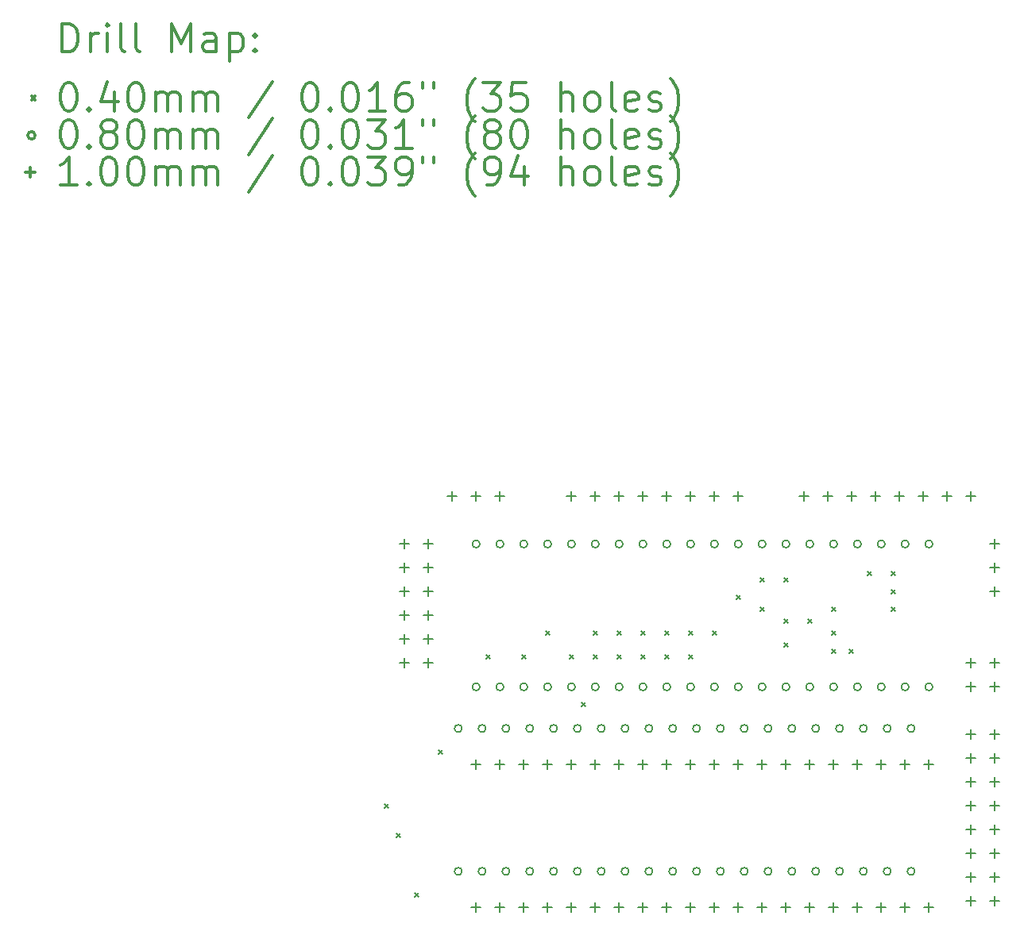
<source format=gbr>
%FSLAX45Y45*%
G04 Gerber Fmt 4.5, Leading zero omitted, Abs format (unit mm)*
G04 Created by KiCad (PCBNEW 5.0.2-bee76a0~70~ubuntu16.04.1) date nie, 9 cze 2019, 21:59:03*
%MOMM*%
%LPD*%
G01*
G04 APERTURE LIST*
%ADD10C,0.200000*%
%ADD11C,0.300000*%
G04 APERTURE END LIST*
D10*
X3726500Y-8489000D02*
X3766500Y-8529000D01*
X3766500Y-8489000D02*
X3726500Y-8529000D01*
X3853500Y-8806500D02*
X3893500Y-8846500D01*
X3893500Y-8806500D02*
X3853500Y-8846500D01*
X4044000Y-9441500D02*
X4084000Y-9481500D01*
X4084000Y-9441500D02*
X4044000Y-9481500D01*
X4298000Y-7917500D02*
X4338000Y-7957500D01*
X4338000Y-7917500D02*
X4298000Y-7957500D01*
X4806000Y-6901500D02*
X4846000Y-6941500D01*
X4846000Y-6901500D02*
X4806000Y-6941500D01*
X5187000Y-6901500D02*
X5227000Y-6941500D01*
X5227000Y-6901500D02*
X5187000Y-6941500D01*
X5441000Y-6647500D02*
X5481000Y-6687500D01*
X5481000Y-6647500D02*
X5441000Y-6687500D01*
X5695000Y-6901500D02*
X5735000Y-6941500D01*
X5735000Y-6901500D02*
X5695000Y-6941500D01*
X5822000Y-7409500D02*
X5862000Y-7449500D01*
X5862000Y-7409500D02*
X5822000Y-7449500D01*
X5949000Y-6647500D02*
X5989000Y-6687500D01*
X5989000Y-6647500D02*
X5949000Y-6687500D01*
X5949000Y-6901500D02*
X5989000Y-6941500D01*
X5989000Y-6901500D02*
X5949000Y-6941500D01*
X6203000Y-6647500D02*
X6243000Y-6687500D01*
X6243000Y-6647500D02*
X6203000Y-6687500D01*
X6203000Y-6901500D02*
X6243000Y-6941500D01*
X6243000Y-6901500D02*
X6203000Y-6941500D01*
X6457000Y-6647500D02*
X6497000Y-6687500D01*
X6497000Y-6647500D02*
X6457000Y-6687500D01*
X6457000Y-6901500D02*
X6497000Y-6941500D01*
X6497000Y-6901500D02*
X6457000Y-6941500D01*
X6711000Y-6647500D02*
X6751000Y-6687500D01*
X6751000Y-6647500D02*
X6711000Y-6687500D01*
X6711000Y-6901500D02*
X6751000Y-6941500D01*
X6751000Y-6901500D02*
X6711000Y-6941500D01*
X6965000Y-6647500D02*
X7005000Y-6687500D01*
X7005000Y-6647500D02*
X6965000Y-6687500D01*
X6965000Y-6901500D02*
X7005000Y-6941500D01*
X7005000Y-6901500D02*
X6965000Y-6941500D01*
X7219000Y-6647500D02*
X7259000Y-6687500D01*
X7259000Y-6647500D02*
X7219000Y-6687500D01*
X7473000Y-6266500D02*
X7513000Y-6306500D01*
X7513000Y-6266500D02*
X7473000Y-6306500D01*
X7727000Y-6076000D02*
X7767000Y-6116000D01*
X7767000Y-6076000D02*
X7727000Y-6116000D01*
X7727000Y-6393500D02*
X7767000Y-6433500D01*
X7767000Y-6393500D02*
X7727000Y-6433500D01*
X7981000Y-6076000D02*
X8021000Y-6116000D01*
X8021000Y-6076000D02*
X7981000Y-6116000D01*
X7981000Y-6520500D02*
X8021000Y-6560500D01*
X8021000Y-6520500D02*
X7981000Y-6560500D01*
X7981000Y-6774500D02*
X8021000Y-6814500D01*
X8021000Y-6774500D02*
X7981000Y-6814500D01*
X8235000Y-6520500D02*
X8275000Y-6560500D01*
X8275000Y-6520500D02*
X8235000Y-6560500D01*
X8489000Y-6393500D02*
X8529000Y-6433500D01*
X8529000Y-6393500D02*
X8489000Y-6433500D01*
X8489000Y-6647500D02*
X8529000Y-6687500D01*
X8529000Y-6647500D02*
X8489000Y-6687500D01*
X8489000Y-6838000D02*
X8529000Y-6878000D01*
X8529000Y-6838000D02*
X8489000Y-6878000D01*
X8679500Y-6838000D02*
X8719500Y-6878000D01*
X8719500Y-6838000D02*
X8679500Y-6878000D01*
X8870000Y-6012500D02*
X8910000Y-6052500D01*
X8910000Y-6012500D02*
X8870000Y-6052500D01*
X9124000Y-6012500D02*
X9164000Y-6052500D01*
X9164000Y-6012500D02*
X9124000Y-6052500D01*
X9124000Y-6203000D02*
X9164000Y-6243000D01*
X9164000Y-6203000D02*
X9124000Y-6243000D01*
X9124000Y-6393500D02*
X9164000Y-6433500D01*
X9164000Y-6393500D02*
X9124000Y-6433500D01*
X4548500Y-7683500D02*
G75*
G03X4548500Y-7683500I-40000J0D01*
G01*
X4548500Y-9207500D02*
G75*
G03X4548500Y-9207500I-40000J0D01*
G01*
X4802500Y-7683500D02*
G75*
G03X4802500Y-7683500I-40000J0D01*
G01*
X4802500Y-9207500D02*
G75*
G03X4802500Y-9207500I-40000J0D01*
G01*
X5056500Y-7683500D02*
G75*
G03X5056500Y-7683500I-40000J0D01*
G01*
X5056500Y-9207500D02*
G75*
G03X5056500Y-9207500I-40000J0D01*
G01*
X5310500Y-7683500D02*
G75*
G03X5310500Y-7683500I-40000J0D01*
G01*
X5310500Y-9207500D02*
G75*
G03X5310500Y-9207500I-40000J0D01*
G01*
X5564500Y-7683500D02*
G75*
G03X5564500Y-7683500I-40000J0D01*
G01*
X5564500Y-9207500D02*
G75*
G03X5564500Y-9207500I-40000J0D01*
G01*
X5818500Y-7683500D02*
G75*
G03X5818500Y-7683500I-40000J0D01*
G01*
X5818500Y-9207500D02*
G75*
G03X5818500Y-9207500I-40000J0D01*
G01*
X6072500Y-7683500D02*
G75*
G03X6072500Y-7683500I-40000J0D01*
G01*
X6072500Y-9207500D02*
G75*
G03X6072500Y-9207500I-40000J0D01*
G01*
X6326500Y-7683500D02*
G75*
G03X6326500Y-7683500I-40000J0D01*
G01*
X6326500Y-9207500D02*
G75*
G03X6326500Y-9207500I-40000J0D01*
G01*
X6580500Y-7683500D02*
G75*
G03X6580500Y-7683500I-40000J0D01*
G01*
X6580500Y-9207500D02*
G75*
G03X6580500Y-9207500I-40000J0D01*
G01*
X6834500Y-7683500D02*
G75*
G03X6834500Y-7683500I-40000J0D01*
G01*
X6834500Y-9207500D02*
G75*
G03X6834500Y-9207500I-40000J0D01*
G01*
X7088500Y-7683500D02*
G75*
G03X7088500Y-7683500I-40000J0D01*
G01*
X7088500Y-9207500D02*
G75*
G03X7088500Y-9207500I-40000J0D01*
G01*
X7342500Y-7683500D02*
G75*
G03X7342500Y-7683500I-40000J0D01*
G01*
X7342500Y-9207500D02*
G75*
G03X7342500Y-9207500I-40000J0D01*
G01*
X7596500Y-7683500D02*
G75*
G03X7596500Y-7683500I-40000J0D01*
G01*
X7596500Y-9207500D02*
G75*
G03X7596500Y-9207500I-40000J0D01*
G01*
X7850500Y-7683500D02*
G75*
G03X7850500Y-7683500I-40000J0D01*
G01*
X7850500Y-9207500D02*
G75*
G03X7850500Y-9207500I-40000J0D01*
G01*
X8104500Y-7683500D02*
G75*
G03X8104500Y-7683500I-40000J0D01*
G01*
X8104500Y-9207500D02*
G75*
G03X8104500Y-9207500I-40000J0D01*
G01*
X8358500Y-7683500D02*
G75*
G03X8358500Y-7683500I-40000J0D01*
G01*
X8358500Y-9207500D02*
G75*
G03X8358500Y-9207500I-40000J0D01*
G01*
X8612500Y-7683500D02*
G75*
G03X8612500Y-7683500I-40000J0D01*
G01*
X8612500Y-9207500D02*
G75*
G03X8612500Y-9207500I-40000J0D01*
G01*
X8866500Y-7683500D02*
G75*
G03X8866500Y-7683500I-40000J0D01*
G01*
X8866500Y-9207500D02*
G75*
G03X8866500Y-9207500I-40000J0D01*
G01*
X9120500Y-7683500D02*
G75*
G03X9120500Y-7683500I-40000J0D01*
G01*
X9120500Y-9207500D02*
G75*
G03X9120500Y-9207500I-40000J0D01*
G01*
X9374500Y-7683500D02*
G75*
G03X9374500Y-7683500I-40000J0D01*
G01*
X9374500Y-9207500D02*
G75*
G03X9374500Y-9207500I-40000J0D01*
G01*
X4739000Y-5715000D02*
G75*
G03X4739000Y-5715000I-40000J0D01*
G01*
X4739000Y-7239000D02*
G75*
G03X4739000Y-7239000I-40000J0D01*
G01*
X4993000Y-5715000D02*
G75*
G03X4993000Y-5715000I-40000J0D01*
G01*
X4993000Y-7239000D02*
G75*
G03X4993000Y-7239000I-40000J0D01*
G01*
X5247000Y-5715000D02*
G75*
G03X5247000Y-5715000I-40000J0D01*
G01*
X5247000Y-7239000D02*
G75*
G03X5247000Y-7239000I-40000J0D01*
G01*
X5501000Y-5715000D02*
G75*
G03X5501000Y-5715000I-40000J0D01*
G01*
X5501000Y-7239000D02*
G75*
G03X5501000Y-7239000I-40000J0D01*
G01*
X5755000Y-5715000D02*
G75*
G03X5755000Y-5715000I-40000J0D01*
G01*
X5755000Y-7239000D02*
G75*
G03X5755000Y-7239000I-40000J0D01*
G01*
X6009000Y-5715000D02*
G75*
G03X6009000Y-5715000I-40000J0D01*
G01*
X6009000Y-7239000D02*
G75*
G03X6009000Y-7239000I-40000J0D01*
G01*
X6263000Y-5715000D02*
G75*
G03X6263000Y-5715000I-40000J0D01*
G01*
X6263000Y-7239000D02*
G75*
G03X6263000Y-7239000I-40000J0D01*
G01*
X6517000Y-5715000D02*
G75*
G03X6517000Y-5715000I-40000J0D01*
G01*
X6517000Y-7239000D02*
G75*
G03X6517000Y-7239000I-40000J0D01*
G01*
X6771000Y-5715000D02*
G75*
G03X6771000Y-5715000I-40000J0D01*
G01*
X6771000Y-7239000D02*
G75*
G03X6771000Y-7239000I-40000J0D01*
G01*
X7025000Y-5715000D02*
G75*
G03X7025000Y-5715000I-40000J0D01*
G01*
X7025000Y-7239000D02*
G75*
G03X7025000Y-7239000I-40000J0D01*
G01*
X7279000Y-5715000D02*
G75*
G03X7279000Y-5715000I-40000J0D01*
G01*
X7279000Y-7239000D02*
G75*
G03X7279000Y-7239000I-40000J0D01*
G01*
X7533000Y-5715000D02*
G75*
G03X7533000Y-5715000I-40000J0D01*
G01*
X7533000Y-7239000D02*
G75*
G03X7533000Y-7239000I-40000J0D01*
G01*
X7787000Y-5715000D02*
G75*
G03X7787000Y-5715000I-40000J0D01*
G01*
X7787000Y-7239000D02*
G75*
G03X7787000Y-7239000I-40000J0D01*
G01*
X8041000Y-5715000D02*
G75*
G03X8041000Y-5715000I-40000J0D01*
G01*
X8041000Y-7239000D02*
G75*
G03X8041000Y-7239000I-40000J0D01*
G01*
X8295000Y-5715000D02*
G75*
G03X8295000Y-5715000I-40000J0D01*
G01*
X8295000Y-7239000D02*
G75*
G03X8295000Y-7239000I-40000J0D01*
G01*
X8549000Y-5715000D02*
G75*
G03X8549000Y-5715000I-40000J0D01*
G01*
X8549000Y-7239000D02*
G75*
G03X8549000Y-7239000I-40000J0D01*
G01*
X8803000Y-5715000D02*
G75*
G03X8803000Y-5715000I-40000J0D01*
G01*
X8803000Y-7239000D02*
G75*
G03X8803000Y-7239000I-40000J0D01*
G01*
X9057000Y-5715000D02*
G75*
G03X9057000Y-5715000I-40000J0D01*
G01*
X9057000Y-7239000D02*
G75*
G03X9057000Y-7239000I-40000J0D01*
G01*
X9311000Y-5715000D02*
G75*
G03X9311000Y-5715000I-40000J0D01*
G01*
X9311000Y-7239000D02*
G75*
G03X9311000Y-7239000I-40000J0D01*
G01*
X9565000Y-5715000D02*
G75*
G03X9565000Y-5715000I-40000J0D01*
G01*
X9565000Y-7239000D02*
G75*
G03X9565000Y-7239000I-40000J0D01*
G01*
X9969500Y-7697000D02*
X9969500Y-7797000D01*
X9919500Y-7747000D02*
X10019500Y-7747000D01*
X9969500Y-7951000D02*
X9969500Y-8051000D01*
X9919500Y-8001000D02*
X10019500Y-8001000D01*
X9969500Y-8205000D02*
X9969500Y-8305000D01*
X9919500Y-8255000D02*
X10019500Y-8255000D01*
X9969500Y-8459000D02*
X9969500Y-8559000D01*
X9919500Y-8509000D02*
X10019500Y-8509000D01*
X9969500Y-8713000D02*
X9969500Y-8813000D01*
X9919500Y-8763000D02*
X10019500Y-8763000D01*
X9969500Y-8967000D02*
X9969500Y-9067000D01*
X9919500Y-9017000D02*
X10019500Y-9017000D01*
X9969500Y-9221000D02*
X9969500Y-9321000D01*
X9919500Y-9271000D02*
X10019500Y-9271000D01*
X9969500Y-9475000D02*
X9969500Y-9575000D01*
X9919500Y-9525000D02*
X10019500Y-9525000D01*
X10223500Y-7697000D02*
X10223500Y-7797000D01*
X10173500Y-7747000D02*
X10273500Y-7747000D01*
X10223500Y-7951000D02*
X10223500Y-8051000D01*
X10173500Y-8001000D02*
X10273500Y-8001000D01*
X10223500Y-8205000D02*
X10223500Y-8305000D01*
X10173500Y-8255000D02*
X10273500Y-8255000D01*
X10223500Y-8459000D02*
X10223500Y-8559000D01*
X10173500Y-8509000D02*
X10273500Y-8509000D01*
X10223500Y-8713000D02*
X10223500Y-8813000D01*
X10173500Y-8763000D02*
X10273500Y-8763000D01*
X10223500Y-8967000D02*
X10223500Y-9067000D01*
X10173500Y-9017000D02*
X10273500Y-9017000D01*
X10223500Y-9221000D02*
X10223500Y-9321000D01*
X10173500Y-9271000D02*
X10273500Y-9271000D01*
X10223500Y-9475000D02*
X10223500Y-9575000D01*
X10173500Y-9525000D02*
X10273500Y-9525000D01*
X10223500Y-5665000D02*
X10223500Y-5765000D01*
X10173500Y-5715000D02*
X10273500Y-5715000D01*
X10223500Y-5919000D02*
X10223500Y-6019000D01*
X10173500Y-5969000D02*
X10273500Y-5969000D01*
X10223500Y-6173000D02*
X10223500Y-6273000D01*
X10173500Y-6223000D02*
X10273500Y-6223000D01*
X8191500Y-5157000D02*
X8191500Y-5257000D01*
X8141500Y-5207000D02*
X8241500Y-5207000D01*
X8445500Y-5157000D02*
X8445500Y-5257000D01*
X8395500Y-5207000D02*
X8495500Y-5207000D01*
X8699500Y-5157000D02*
X8699500Y-5257000D01*
X8649500Y-5207000D02*
X8749500Y-5207000D01*
X8953500Y-5157000D02*
X8953500Y-5257000D01*
X8903500Y-5207000D02*
X9003500Y-5207000D01*
X9207500Y-5157000D02*
X9207500Y-5257000D01*
X9157500Y-5207000D02*
X9257500Y-5207000D01*
X9461500Y-5157000D02*
X9461500Y-5257000D01*
X9411500Y-5207000D02*
X9511500Y-5207000D01*
X9715500Y-5157000D02*
X9715500Y-5257000D01*
X9665500Y-5207000D02*
X9765500Y-5207000D01*
X9969500Y-5157000D02*
X9969500Y-5257000D01*
X9919500Y-5207000D02*
X10019500Y-5207000D01*
X4699000Y-9538500D02*
X4699000Y-9638500D01*
X4649000Y-9588500D02*
X4749000Y-9588500D01*
X4953000Y-9538500D02*
X4953000Y-9638500D01*
X4903000Y-9588500D02*
X5003000Y-9588500D01*
X5207000Y-9538500D02*
X5207000Y-9638500D01*
X5157000Y-9588500D02*
X5257000Y-9588500D01*
X5461000Y-9538500D02*
X5461000Y-9638500D01*
X5411000Y-9588500D02*
X5511000Y-9588500D01*
X5715000Y-9538500D02*
X5715000Y-9638500D01*
X5665000Y-9588500D02*
X5765000Y-9588500D01*
X5969000Y-9538500D02*
X5969000Y-9638500D01*
X5919000Y-9588500D02*
X6019000Y-9588500D01*
X6223000Y-9538500D02*
X6223000Y-9638500D01*
X6173000Y-9588500D02*
X6273000Y-9588500D01*
X6477000Y-9538500D02*
X6477000Y-9638500D01*
X6427000Y-9588500D02*
X6527000Y-9588500D01*
X6731000Y-9538500D02*
X6731000Y-9638500D01*
X6681000Y-9588500D02*
X6781000Y-9588500D01*
X6985000Y-9538500D02*
X6985000Y-9638500D01*
X6935000Y-9588500D02*
X7035000Y-9588500D01*
X7239000Y-9538500D02*
X7239000Y-9638500D01*
X7189000Y-9588500D02*
X7289000Y-9588500D01*
X7493000Y-9538500D02*
X7493000Y-9638500D01*
X7443000Y-9588500D02*
X7543000Y-9588500D01*
X7747000Y-9538500D02*
X7747000Y-9638500D01*
X7697000Y-9588500D02*
X7797000Y-9588500D01*
X8001000Y-9538500D02*
X8001000Y-9638500D01*
X7951000Y-9588500D02*
X8051000Y-9588500D01*
X8255000Y-9538500D02*
X8255000Y-9638500D01*
X8205000Y-9588500D02*
X8305000Y-9588500D01*
X8509000Y-9538500D02*
X8509000Y-9638500D01*
X8459000Y-9588500D02*
X8559000Y-9588500D01*
X8763000Y-9538500D02*
X8763000Y-9638500D01*
X8713000Y-9588500D02*
X8813000Y-9588500D01*
X9017000Y-9538500D02*
X9017000Y-9638500D01*
X8967000Y-9588500D02*
X9067000Y-9588500D01*
X9271000Y-9538500D02*
X9271000Y-9638500D01*
X9221000Y-9588500D02*
X9321000Y-9588500D01*
X9525000Y-9538500D02*
X9525000Y-9638500D01*
X9475000Y-9588500D02*
X9575000Y-9588500D01*
X9969500Y-6935000D02*
X9969500Y-7035000D01*
X9919500Y-6985000D02*
X10019500Y-6985000D01*
X9969500Y-7189000D02*
X9969500Y-7289000D01*
X9919500Y-7239000D02*
X10019500Y-7239000D01*
X10223500Y-6935000D02*
X10223500Y-7035000D01*
X10173500Y-6985000D02*
X10273500Y-6985000D01*
X10223500Y-7189000D02*
X10223500Y-7289000D01*
X10173500Y-7239000D02*
X10273500Y-7239000D01*
X4445000Y-5157000D02*
X4445000Y-5257000D01*
X4395000Y-5207000D02*
X4495000Y-5207000D01*
X4699000Y-5157000D02*
X4699000Y-5257000D01*
X4649000Y-5207000D02*
X4749000Y-5207000D01*
X4953000Y-5157000D02*
X4953000Y-5257000D01*
X4903000Y-5207000D02*
X5003000Y-5207000D01*
X3937000Y-5665000D02*
X3937000Y-5765000D01*
X3887000Y-5715000D02*
X3987000Y-5715000D01*
X3937000Y-5919000D02*
X3937000Y-6019000D01*
X3887000Y-5969000D02*
X3987000Y-5969000D01*
X3937000Y-6173000D02*
X3937000Y-6273000D01*
X3887000Y-6223000D02*
X3987000Y-6223000D01*
X3937000Y-6427000D02*
X3937000Y-6527000D01*
X3887000Y-6477000D02*
X3987000Y-6477000D01*
X3937000Y-6681000D02*
X3937000Y-6781000D01*
X3887000Y-6731000D02*
X3987000Y-6731000D01*
X3937000Y-6935000D02*
X3937000Y-7035000D01*
X3887000Y-6985000D02*
X3987000Y-6985000D01*
X4191000Y-5665000D02*
X4191000Y-5765000D01*
X4141000Y-5715000D02*
X4241000Y-5715000D01*
X4191000Y-5919000D02*
X4191000Y-6019000D01*
X4141000Y-5969000D02*
X4241000Y-5969000D01*
X4191000Y-6173000D02*
X4191000Y-6273000D01*
X4141000Y-6223000D02*
X4241000Y-6223000D01*
X4191000Y-6427000D02*
X4191000Y-6527000D01*
X4141000Y-6477000D02*
X4241000Y-6477000D01*
X4191000Y-6681000D02*
X4191000Y-6781000D01*
X4141000Y-6731000D02*
X4241000Y-6731000D01*
X4191000Y-6935000D02*
X4191000Y-7035000D01*
X4141000Y-6985000D02*
X4241000Y-6985000D01*
X5715000Y-5157000D02*
X5715000Y-5257000D01*
X5665000Y-5207000D02*
X5765000Y-5207000D01*
X5969000Y-5157000D02*
X5969000Y-5257000D01*
X5919000Y-5207000D02*
X6019000Y-5207000D01*
X6223000Y-5157000D02*
X6223000Y-5257000D01*
X6173000Y-5207000D02*
X6273000Y-5207000D01*
X6477000Y-5157000D02*
X6477000Y-5257000D01*
X6427000Y-5207000D02*
X6527000Y-5207000D01*
X6731000Y-5157000D02*
X6731000Y-5257000D01*
X6681000Y-5207000D02*
X6781000Y-5207000D01*
X6985000Y-5157000D02*
X6985000Y-5257000D01*
X6935000Y-5207000D02*
X7035000Y-5207000D01*
X7239000Y-5157000D02*
X7239000Y-5257000D01*
X7189000Y-5207000D02*
X7289000Y-5207000D01*
X7493000Y-5157000D02*
X7493000Y-5257000D01*
X7443000Y-5207000D02*
X7543000Y-5207000D01*
X4699000Y-8014500D02*
X4699000Y-8114500D01*
X4649000Y-8064500D02*
X4749000Y-8064500D01*
X4953000Y-8014500D02*
X4953000Y-8114500D01*
X4903000Y-8064500D02*
X5003000Y-8064500D01*
X5207000Y-8014500D02*
X5207000Y-8114500D01*
X5157000Y-8064500D02*
X5257000Y-8064500D01*
X5461000Y-8014500D02*
X5461000Y-8114500D01*
X5411000Y-8064500D02*
X5511000Y-8064500D01*
X5715000Y-8014500D02*
X5715000Y-8114500D01*
X5665000Y-8064500D02*
X5765000Y-8064500D01*
X5969000Y-8014500D02*
X5969000Y-8114500D01*
X5919000Y-8064500D02*
X6019000Y-8064500D01*
X6223000Y-8014500D02*
X6223000Y-8114500D01*
X6173000Y-8064500D02*
X6273000Y-8064500D01*
X6477000Y-8014500D02*
X6477000Y-8114500D01*
X6427000Y-8064500D02*
X6527000Y-8064500D01*
X6731000Y-8014500D02*
X6731000Y-8114500D01*
X6681000Y-8064500D02*
X6781000Y-8064500D01*
X6985000Y-8014500D02*
X6985000Y-8114500D01*
X6935000Y-8064500D02*
X7035000Y-8064500D01*
X7239000Y-8014500D02*
X7239000Y-8114500D01*
X7189000Y-8064500D02*
X7289000Y-8064500D01*
X7493000Y-8014500D02*
X7493000Y-8114500D01*
X7443000Y-8064500D02*
X7543000Y-8064500D01*
X7747000Y-8014500D02*
X7747000Y-8114500D01*
X7697000Y-8064500D02*
X7797000Y-8064500D01*
X8001000Y-8014500D02*
X8001000Y-8114500D01*
X7951000Y-8064500D02*
X8051000Y-8064500D01*
X8255000Y-8014500D02*
X8255000Y-8114500D01*
X8205000Y-8064500D02*
X8305000Y-8064500D01*
X8509000Y-8014500D02*
X8509000Y-8114500D01*
X8459000Y-8064500D02*
X8559000Y-8064500D01*
X8763000Y-8014500D02*
X8763000Y-8114500D01*
X8713000Y-8064500D02*
X8813000Y-8064500D01*
X9017000Y-8014500D02*
X9017000Y-8114500D01*
X8967000Y-8064500D02*
X9067000Y-8064500D01*
X9271000Y-8014500D02*
X9271000Y-8114500D01*
X9221000Y-8064500D02*
X9321000Y-8064500D01*
X9525000Y-8014500D02*
X9525000Y-8114500D01*
X9475000Y-8064500D02*
X9575000Y-8064500D01*
D11*
X286429Y-465714D02*
X286429Y-165714D01*
X357857Y-165714D01*
X400714Y-180000D01*
X429286Y-208571D01*
X443571Y-237143D01*
X457857Y-294286D01*
X457857Y-337143D01*
X443571Y-394286D01*
X429286Y-422857D01*
X400714Y-451428D01*
X357857Y-465714D01*
X286429Y-465714D01*
X586429Y-465714D02*
X586429Y-265714D01*
X586429Y-322857D02*
X600714Y-294286D01*
X615000Y-280000D01*
X643571Y-265714D01*
X672143Y-265714D01*
X772143Y-465714D02*
X772143Y-265714D01*
X772143Y-165714D02*
X757857Y-180000D01*
X772143Y-194286D01*
X786428Y-180000D01*
X772143Y-165714D01*
X772143Y-194286D01*
X957857Y-465714D02*
X929286Y-451428D01*
X915000Y-422857D01*
X915000Y-165714D01*
X1115000Y-465714D02*
X1086429Y-451428D01*
X1072143Y-422857D01*
X1072143Y-165714D01*
X1457857Y-465714D02*
X1457857Y-165714D01*
X1557857Y-380000D01*
X1657857Y-165714D01*
X1657857Y-465714D01*
X1929286Y-465714D02*
X1929286Y-308571D01*
X1915000Y-280000D01*
X1886428Y-265714D01*
X1829286Y-265714D01*
X1800714Y-280000D01*
X1929286Y-451428D02*
X1900714Y-465714D01*
X1829286Y-465714D01*
X1800714Y-451428D01*
X1786428Y-422857D01*
X1786428Y-394286D01*
X1800714Y-365714D01*
X1829286Y-351428D01*
X1900714Y-351428D01*
X1929286Y-337143D01*
X2072143Y-265714D02*
X2072143Y-565714D01*
X2072143Y-280000D02*
X2100714Y-265714D01*
X2157857Y-265714D01*
X2186429Y-280000D01*
X2200714Y-294286D01*
X2215000Y-322857D01*
X2215000Y-408571D01*
X2200714Y-437143D01*
X2186429Y-451428D01*
X2157857Y-465714D01*
X2100714Y-465714D01*
X2072143Y-451428D01*
X2343571Y-437143D02*
X2357857Y-451428D01*
X2343571Y-465714D01*
X2329286Y-451428D01*
X2343571Y-437143D01*
X2343571Y-465714D01*
X2343571Y-280000D02*
X2357857Y-294286D01*
X2343571Y-308571D01*
X2329286Y-294286D01*
X2343571Y-280000D01*
X2343571Y-308571D01*
X-40000Y-940000D02*
X0Y-980000D01*
X0Y-940000D02*
X-40000Y-980000D01*
X343571Y-795714D02*
X372143Y-795714D01*
X400714Y-810000D01*
X415000Y-824286D01*
X429286Y-852857D01*
X443571Y-910000D01*
X443571Y-981428D01*
X429286Y-1038571D01*
X415000Y-1067143D01*
X400714Y-1081429D01*
X372143Y-1095714D01*
X343571Y-1095714D01*
X315000Y-1081429D01*
X300714Y-1067143D01*
X286429Y-1038571D01*
X272143Y-981428D01*
X272143Y-910000D01*
X286429Y-852857D01*
X300714Y-824286D01*
X315000Y-810000D01*
X343571Y-795714D01*
X572143Y-1067143D02*
X586429Y-1081429D01*
X572143Y-1095714D01*
X557857Y-1081429D01*
X572143Y-1067143D01*
X572143Y-1095714D01*
X843571Y-895714D02*
X843571Y-1095714D01*
X772143Y-781428D02*
X700714Y-995714D01*
X886428Y-995714D01*
X1057857Y-795714D02*
X1086429Y-795714D01*
X1115000Y-810000D01*
X1129286Y-824286D01*
X1143571Y-852857D01*
X1157857Y-910000D01*
X1157857Y-981428D01*
X1143571Y-1038571D01*
X1129286Y-1067143D01*
X1115000Y-1081429D01*
X1086429Y-1095714D01*
X1057857Y-1095714D01*
X1029286Y-1081429D01*
X1015000Y-1067143D01*
X1000714Y-1038571D01*
X986428Y-981428D01*
X986428Y-910000D01*
X1000714Y-852857D01*
X1015000Y-824286D01*
X1029286Y-810000D01*
X1057857Y-795714D01*
X1286429Y-1095714D02*
X1286429Y-895714D01*
X1286429Y-924286D02*
X1300714Y-910000D01*
X1329286Y-895714D01*
X1372143Y-895714D01*
X1400714Y-910000D01*
X1415000Y-938571D01*
X1415000Y-1095714D01*
X1415000Y-938571D02*
X1429286Y-910000D01*
X1457857Y-895714D01*
X1500714Y-895714D01*
X1529286Y-910000D01*
X1543571Y-938571D01*
X1543571Y-1095714D01*
X1686428Y-1095714D02*
X1686428Y-895714D01*
X1686428Y-924286D02*
X1700714Y-910000D01*
X1729286Y-895714D01*
X1772143Y-895714D01*
X1800714Y-910000D01*
X1815000Y-938571D01*
X1815000Y-1095714D01*
X1815000Y-938571D02*
X1829286Y-910000D01*
X1857857Y-895714D01*
X1900714Y-895714D01*
X1929286Y-910000D01*
X1943571Y-938571D01*
X1943571Y-1095714D01*
X2529286Y-781428D02*
X2272143Y-1167143D01*
X2915000Y-795714D02*
X2943571Y-795714D01*
X2972143Y-810000D01*
X2986428Y-824286D01*
X3000714Y-852857D01*
X3015000Y-910000D01*
X3015000Y-981428D01*
X3000714Y-1038571D01*
X2986428Y-1067143D01*
X2972143Y-1081429D01*
X2943571Y-1095714D01*
X2915000Y-1095714D01*
X2886428Y-1081429D01*
X2872143Y-1067143D01*
X2857857Y-1038571D01*
X2843571Y-981428D01*
X2843571Y-910000D01*
X2857857Y-852857D01*
X2872143Y-824286D01*
X2886428Y-810000D01*
X2915000Y-795714D01*
X3143571Y-1067143D02*
X3157857Y-1081429D01*
X3143571Y-1095714D01*
X3129286Y-1081429D01*
X3143571Y-1067143D01*
X3143571Y-1095714D01*
X3343571Y-795714D02*
X3372143Y-795714D01*
X3400714Y-810000D01*
X3415000Y-824286D01*
X3429286Y-852857D01*
X3443571Y-910000D01*
X3443571Y-981428D01*
X3429286Y-1038571D01*
X3415000Y-1067143D01*
X3400714Y-1081429D01*
X3372143Y-1095714D01*
X3343571Y-1095714D01*
X3315000Y-1081429D01*
X3300714Y-1067143D01*
X3286428Y-1038571D01*
X3272143Y-981428D01*
X3272143Y-910000D01*
X3286428Y-852857D01*
X3300714Y-824286D01*
X3315000Y-810000D01*
X3343571Y-795714D01*
X3729286Y-1095714D02*
X3557857Y-1095714D01*
X3643571Y-1095714D02*
X3643571Y-795714D01*
X3615000Y-838571D01*
X3586428Y-867143D01*
X3557857Y-881428D01*
X3986428Y-795714D02*
X3929286Y-795714D01*
X3900714Y-810000D01*
X3886428Y-824286D01*
X3857857Y-867143D01*
X3843571Y-924286D01*
X3843571Y-1038571D01*
X3857857Y-1067143D01*
X3872143Y-1081429D01*
X3900714Y-1095714D01*
X3957857Y-1095714D01*
X3986428Y-1081429D01*
X4000714Y-1067143D01*
X4015000Y-1038571D01*
X4015000Y-967143D01*
X4000714Y-938571D01*
X3986428Y-924286D01*
X3957857Y-910000D01*
X3900714Y-910000D01*
X3872143Y-924286D01*
X3857857Y-938571D01*
X3843571Y-967143D01*
X4129286Y-795714D02*
X4129286Y-852857D01*
X4243571Y-795714D02*
X4243571Y-852857D01*
X4686429Y-1210000D02*
X4672143Y-1195714D01*
X4643571Y-1152857D01*
X4629286Y-1124286D01*
X4615000Y-1081429D01*
X4600714Y-1010000D01*
X4600714Y-952857D01*
X4615000Y-881428D01*
X4629286Y-838571D01*
X4643571Y-810000D01*
X4672143Y-767143D01*
X4686429Y-752857D01*
X4772143Y-795714D02*
X4957857Y-795714D01*
X4857857Y-910000D01*
X4900714Y-910000D01*
X4929286Y-924286D01*
X4943571Y-938571D01*
X4957857Y-967143D01*
X4957857Y-1038571D01*
X4943571Y-1067143D01*
X4929286Y-1081429D01*
X4900714Y-1095714D01*
X4815000Y-1095714D01*
X4786429Y-1081429D01*
X4772143Y-1067143D01*
X5229286Y-795714D02*
X5086429Y-795714D01*
X5072143Y-938571D01*
X5086429Y-924286D01*
X5115000Y-910000D01*
X5186429Y-910000D01*
X5215000Y-924286D01*
X5229286Y-938571D01*
X5243571Y-967143D01*
X5243571Y-1038571D01*
X5229286Y-1067143D01*
X5215000Y-1081429D01*
X5186429Y-1095714D01*
X5115000Y-1095714D01*
X5086429Y-1081429D01*
X5072143Y-1067143D01*
X5600714Y-1095714D02*
X5600714Y-795714D01*
X5729286Y-1095714D02*
X5729286Y-938571D01*
X5715000Y-910000D01*
X5686428Y-895714D01*
X5643571Y-895714D01*
X5615000Y-910000D01*
X5600714Y-924286D01*
X5915000Y-1095714D02*
X5886428Y-1081429D01*
X5872143Y-1067143D01*
X5857857Y-1038571D01*
X5857857Y-952857D01*
X5872143Y-924286D01*
X5886428Y-910000D01*
X5915000Y-895714D01*
X5957857Y-895714D01*
X5986428Y-910000D01*
X6000714Y-924286D01*
X6015000Y-952857D01*
X6015000Y-1038571D01*
X6000714Y-1067143D01*
X5986428Y-1081429D01*
X5957857Y-1095714D01*
X5915000Y-1095714D01*
X6186428Y-1095714D02*
X6157857Y-1081429D01*
X6143571Y-1052857D01*
X6143571Y-795714D01*
X6415000Y-1081429D02*
X6386428Y-1095714D01*
X6329286Y-1095714D01*
X6300714Y-1081429D01*
X6286428Y-1052857D01*
X6286428Y-938571D01*
X6300714Y-910000D01*
X6329286Y-895714D01*
X6386428Y-895714D01*
X6415000Y-910000D01*
X6429286Y-938571D01*
X6429286Y-967143D01*
X6286428Y-995714D01*
X6543571Y-1081429D02*
X6572143Y-1095714D01*
X6629286Y-1095714D01*
X6657857Y-1081429D01*
X6672143Y-1052857D01*
X6672143Y-1038571D01*
X6657857Y-1010000D01*
X6629286Y-995714D01*
X6586428Y-995714D01*
X6557857Y-981428D01*
X6543571Y-952857D01*
X6543571Y-938571D01*
X6557857Y-910000D01*
X6586428Y-895714D01*
X6629286Y-895714D01*
X6657857Y-910000D01*
X6772143Y-1210000D02*
X6786428Y-1195714D01*
X6815000Y-1152857D01*
X6829286Y-1124286D01*
X6843571Y-1081429D01*
X6857857Y-1010000D01*
X6857857Y-952857D01*
X6843571Y-881428D01*
X6829286Y-838571D01*
X6815000Y-810000D01*
X6786428Y-767143D01*
X6772143Y-752857D01*
X0Y-1356000D02*
G75*
G03X0Y-1356000I-40000J0D01*
G01*
X343571Y-1191714D02*
X372143Y-1191714D01*
X400714Y-1206000D01*
X415000Y-1220286D01*
X429286Y-1248857D01*
X443571Y-1306000D01*
X443571Y-1377429D01*
X429286Y-1434571D01*
X415000Y-1463143D01*
X400714Y-1477428D01*
X372143Y-1491714D01*
X343571Y-1491714D01*
X315000Y-1477428D01*
X300714Y-1463143D01*
X286429Y-1434571D01*
X272143Y-1377429D01*
X272143Y-1306000D01*
X286429Y-1248857D01*
X300714Y-1220286D01*
X315000Y-1206000D01*
X343571Y-1191714D01*
X572143Y-1463143D02*
X586429Y-1477428D01*
X572143Y-1491714D01*
X557857Y-1477428D01*
X572143Y-1463143D01*
X572143Y-1491714D01*
X757857Y-1320286D02*
X729286Y-1306000D01*
X715000Y-1291714D01*
X700714Y-1263143D01*
X700714Y-1248857D01*
X715000Y-1220286D01*
X729286Y-1206000D01*
X757857Y-1191714D01*
X815000Y-1191714D01*
X843571Y-1206000D01*
X857857Y-1220286D01*
X872143Y-1248857D01*
X872143Y-1263143D01*
X857857Y-1291714D01*
X843571Y-1306000D01*
X815000Y-1320286D01*
X757857Y-1320286D01*
X729286Y-1334571D01*
X715000Y-1348857D01*
X700714Y-1377429D01*
X700714Y-1434571D01*
X715000Y-1463143D01*
X729286Y-1477428D01*
X757857Y-1491714D01*
X815000Y-1491714D01*
X843571Y-1477428D01*
X857857Y-1463143D01*
X872143Y-1434571D01*
X872143Y-1377429D01*
X857857Y-1348857D01*
X843571Y-1334571D01*
X815000Y-1320286D01*
X1057857Y-1191714D02*
X1086429Y-1191714D01*
X1115000Y-1206000D01*
X1129286Y-1220286D01*
X1143571Y-1248857D01*
X1157857Y-1306000D01*
X1157857Y-1377429D01*
X1143571Y-1434571D01*
X1129286Y-1463143D01*
X1115000Y-1477428D01*
X1086429Y-1491714D01*
X1057857Y-1491714D01*
X1029286Y-1477428D01*
X1015000Y-1463143D01*
X1000714Y-1434571D01*
X986428Y-1377429D01*
X986428Y-1306000D01*
X1000714Y-1248857D01*
X1015000Y-1220286D01*
X1029286Y-1206000D01*
X1057857Y-1191714D01*
X1286429Y-1491714D02*
X1286429Y-1291714D01*
X1286429Y-1320286D02*
X1300714Y-1306000D01*
X1329286Y-1291714D01*
X1372143Y-1291714D01*
X1400714Y-1306000D01*
X1415000Y-1334571D01*
X1415000Y-1491714D01*
X1415000Y-1334571D02*
X1429286Y-1306000D01*
X1457857Y-1291714D01*
X1500714Y-1291714D01*
X1529286Y-1306000D01*
X1543571Y-1334571D01*
X1543571Y-1491714D01*
X1686428Y-1491714D02*
X1686428Y-1291714D01*
X1686428Y-1320286D02*
X1700714Y-1306000D01*
X1729286Y-1291714D01*
X1772143Y-1291714D01*
X1800714Y-1306000D01*
X1815000Y-1334571D01*
X1815000Y-1491714D01*
X1815000Y-1334571D02*
X1829286Y-1306000D01*
X1857857Y-1291714D01*
X1900714Y-1291714D01*
X1929286Y-1306000D01*
X1943571Y-1334571D01*
X1943571Y-1491714D01*
X2529286Y-1177429D02*
X2272143Y-1563143D01*
X2915000Y-1191714D02*
X2943571Y-1191714D01*
X2972143Y-1206000D01*
X2986428Y-1220286D01*
X3000714Y-1248857D01*
X3015000Y-1306000D01*
X3015000Y-1377429D01*
X3000714Y-1434571D01*
X2986428Y-1463143D01*
X2972143Y-1477428D01*
X2943571Y-1491714D01*
X2915000Y-1491714D01*
X2886428Y-1477428D01*
X2872143Y-1463143D01*
X2857857Y-1434571D01*
X2843571Y-1377429D01*
X2843571Y-1306000D01*
X2857857Y-1248857D01*
X2872143Y-1220286D01*
X2886428Y-1206000D01*
X2915000Y-1191714D01*
X3143571Y-1463143D02*
X3157857Y-1477428D01*
X3143571Y-1491714D01*
X3129286Y-1477428D01*
X3143571Y-1463143D01*
X3143571Y-1491714D01*
X3343571Y-1191714D02*
X3372143Y-1191714D01*
X3400714Y-1206000D01*
X3415000Y-1220286D01*
X3429286Y-1248857D01*
X3443571Y-1306000D01*
X3443571Y-1377429D01*
X3429286Y-1434571D01*
X3415000Y-1463143D01*
X3400714Y-1477428D01*
X3372143Y-1491714D01*
X3343571Y-1491714D01*
X3315000Y-1477428D01*
X3300714Y-1463143D01*
X3286428Y-1434571D01*
X3272143Y-1377429D01*
X3272143Y-1306000D01*
X3286428Y-1248857D01*
X3300714Y-1220286D01*
X3315000Y-1206000D01*
X3343571Y-1191714D01*
X3543571Y-1191714D02*
X3729286Y-1191714D01*
X3629286Y-1306000D01*
X3672143Y-1306000D01*
X3700714Y-1320286D01*
X3715000Y-1334571D01*
X3729286Y-1363143D01*
X3729286Y-1434571D01*
X3715000Y-1463143D01*
X3700714Y-1477428D01*
X3672143Y-1491714D01*
X3586428Y-1491714D01*
X3557857Y-1477428D01*
X3543571Y-1463143D01*
X4015000Y-1491714D02*
X3843571Y-1491714D01*
X3929286Y-1491714D02*
X3929286Y-1191714D01*
X3900714Y-1234571D01*
X3872143Y-1263143D01*
X3843571Y-1277429D01*
X4129286Y-1191714D02*
X4129286Y-1248857D01*
X4243571Y-1191714D02*
X4243571Y-1248857D01*
X4686429Y-1606000D02*
X4672143Y-1591714D01*
X4643571Y-1548857D01*
X4629286Y-1520286D01*
X4615000Y-1477428D01*
X4600714Y-1406000D01*
X4600714Y-1348857D01*
X4615000Y-1277429D01*
X4629286Y-1234571D01*
X4643571Y-1206000D01*
X4672143Y-1163143D01*
X4686429Y-1148857D01*
X4843571Y-1320286D02*
X4815000Y-1306000D01*
X4800714Y-1291714D01*
X4786429Y-1263143D01*
X4786429Y-1248857D01*
X4800714Y-1220286D01*
X4815000Y-1206000D01*
X4843571Y-1191714D01*
X4900714Y-1191714D01*
X4929286Y-1206000D01*
X4943571Y-1220286D01*
X4957857Y-1248857D01*
X4957857Y-1263143D01*
X4943571Y-1291714D01*
X4929286Y-1306000D01*
X4900714Y-1320286D01*
X4843571Y-1320286D01*
X4815000Y-1334571D01*
X4800714Y-1348857D01*
X4786429Y-1377429D01*
X4786429Y-1434571D01*
X4800714Y-1463143D01*
X4815000Y-1477428D01*
X4843571Y-1491714D01*
X4900714Y-1491714D01*
X4929286Y-1477428D01*
X4943571Y-1463143D01*
X4957857Y-1434571D01*
X4957857Y-1377429D01*
X4943571Y-1348857D01*
X4929286Y-1334571D01*
X4900714Y-1320286D01*
X5143571Y-1191714D02*
X5172143Y-1191714D01*
X5200714Y-1206000D01*
X5215000Y-1220286D01*
X5229286Y-1248857D01*
X5243571Y-1306000D01*
X5243571Y-1377429D01*
X5229286Y-1434571D01*
X5215000Y-1463143D01*
X5200714Y-1477428D01*
X5172143Y-1491714D01*
X5143571Y-1491714D01*
X5115000Y-1477428D01*
X5100714Y-1463143D01*
X5086429Y-1434571D01*
X5072143Y-1377429D01*
X5072143Y-1306000D01*
X5086429Y-1248857D01*
X5100714Y-1220286D01*
X5115000Y-1206000D01*
X5143571Y-1191714D01*
X5600714Y-1491714D02*
X5600714Y-1191714D01*
X5729286Y-1491714D02*
X5729286Y-1334571D01*
X5715000Y-1306000D01*
X5686428Y-1291714D01*
X5643571Y-1291714D01*
X5615000Y-1306000D01*
X5600714Y-1320286D01*
X5915000Y-1491714D02*
X5886428Y-1477428D01*
X5872143Y-1463143D01*
X5857857Y-1434571D01*
X5857857Y-1348857D01*
X5872143Y-1320286D01*
X5886428Y-1306000D01*
X5915000Y-1291714D01*
X5957857Y-1291714D01*
X5986428Y-1306000D01*
X6000714Y-1320286D01*
X6015000Y-1348857D01*
X6015000Y-1434571D01*
X6000714Y-1463143D01*
X5986428Y-1477428D01*
X5957857Y-1491714D01*
X5915000Y-1491714D01*
X6186428Y-1491714D02*
X6157857Y-1477428D01*
X6143571Y-1448857D01*
X6143571Y-1191714D01*
X6415000Y-1477428D02*
X6386428Y-1491714D01*
X6329286Y-1491714D01*
X6300714Y-1477428D01*
X6286428Y-1448857D01*
X6286428Y-1334571D01*
X6300714Y-1306000D01*
X6329286Y-1291714D01*
X6386428Y-1291714D01*
X6415000Y-1306000D01*
X6429286Y-1334571D01*
X6429286Y-1363143D01*
X6286428Y-1391714D01*
X6543571Y-1477428D02*
X6572143Y-1491714D01*
X6629286Y-1491714D01*
X6657857Y-1477428D01*
X6672143Y-1448857D01*
X6672143Y-1434571D01*
X6657857Y-1406000D01*
X6629286Y-1391714D01*
X6586428Y-1391714D01*
X6557857Y-1377429D01*
X6543571Y-1348857D01*
X6543571Y-1334571D01*
X6557857Y-1306000D01*
X6586428Y-1291714D01*
X6629286Y-1291714D01*
X6657857Y-1306000D01*
X6772143Y-1606000D02*
X6786428Y-1591714D01*
X6815000Y-1548857D01*
X6829286Y-1520286D01*
X6843571Y-1477428D01*
X6857857Y-1406000D01*
X6857857Y-1348857D01*
X6843571Y-1277429D01*
X6829286Y-1234571D01*
X6815000Y-1206000D01*
X6786428Y-1163143D01*
X6772143Y-1148857D01*
X-50000Y-1702000D02*
X-50000Y-1802000D01*
X-100000Y-1752000D02*
X0Y-1752000D01*
X443571Y-1887714D02*
X272143Y-1887714D01*
X357857Y-1887714D02*
X357857Y-1587714D01*
X329286Y-1630571D01*
X300714Y-1659143D01*
X272143Y-1673428D01*
X572143Y-1859143D02*
X586429Y-1873428D01*
X572143Y-1887714D01*
X557857Y-1873428D01*
X572143Y-1859143D01*
X572143Y-1887714D01*
X772143Y-1587714D02*
X800714Y-1587714D01*
X829286Y-1602000D01*
X843571Y-1616286D01*
X857857Y-1644857D01*
X872143Y-1702000D01*
X872143Y-1773428D01*
X857857Y-1830571D01*
X843571Y-1859143D01*
X829286Y-1873428D01*
X800714Y-1887714D01*
X772143Y-1887714D01*
X743571Y-1873428D01*
X729286Y-1859143D01*
X715000Y-1830571D01*
X700714Y-1773428D01*
X700714Y-1702000D01*
X715000Y-1644857D01*
X729286Y-1616286D01*
X743571Y-1602000D01*
X772143Y-1587714D01*
X1057857Y-1587714D02*
X1086429Y-1587714D01*
X1115000Y-1602000D01*
X1129286Y-1616286D01*
X1143571Y-1644857D01*
X1157857Y-1702000D01*
X1157857Y-1773428D01*
X1143571Y-1830571D01*
X1129286Y-1859143D01*
X1115000Y-1873428D01*
X1086429Y-1887714D01*
X1057857Y-1887714D01*
X1029286Y-1873428D01*
X1015000Y-1859143D01*
X1000714Y-1830571D01*
X986428Y-1773428D01*
X986428Y-1702000D01*
X1000714Y-1644857D01*
X1015000Y-1616286D01*
X1029286Y-1602000D01*
X1057857Y-1587714D01*
X1286429Y-1887714D02*
X1286429Y-1687714D01*
X1286429Y-1716286D02*
X1300714Y-1702000D01*
X1329286Y-1687714D01*
X1372143Y-1687714D01*
X1400714Y-1702000D01*
X1415000Y-1730571D01*
X1415000Y-1887714D01*
X1415000Y-1730571D02*
X1429286Y-1702000D01*
X1457857Y-1687714D01*
X1500714Y-1687714D01*
X1529286Y-1702000D01*
X1543571Y-1730571D01*
X1543571Y-1887714D01*
X1686428Y-1887714D02*
X1686428Y-1687714D01*
X1686428Y-1716286D02*
X1700714Y-1702000D01*
X1729286Y-1687714D01*
X1772143Y-1687714D01*
X1800714Y-1702000D01*
X1815000Y-1730571D01*
X1815000Y-1887714D01*
X1815000Y-1730571D02*
X1829286Y-1702000D01*
X1857857Y-1687714D01*
X1900714Y-1687714D01*
X1929286Y-1702000D01*
X1943571Y-1730571D01*
X1943571Y-1887714D01*
X2529286Y-1573428D02*
X2272143Y-1959143D01*
X2915000Y-1587714D02*
X2943571Y-1587714D01*
X2972143Y-1602000D01*
X2986428Y-1616286D01*
X3000714Y-1644857D01*
X3015000Y-1702000D01*
X3015000Y-1773428D01*
X3000714Y-1830571D01*
X2986428Y-1859143D01*
X2972143Y-1873428D01*
X2943571Y-1887714D01*
X2915000Y-1887714D01*
X2886428Y-1873428D01*
X2872143Y-1859143D01*
X2857857Y-1830571D01*
X2843571Y-1773428D01*
X2843571Y-1702000D01*
X2857857Y-1644857D01*
X2872143Y-1616286D01*
X2886428Y-1602000D01*
X2915000Y-1587714D01*
X3143571Y-1859143D02*
X3157857Y-1873428D01*
X3143571Y-1887714D01*
X3129286Y-1873428D01*
X3143571Y-1859143D01*
X3143571Y-1887714D01*
X3343571Y-1587714D02*
X3372143Y-1587714D01*
X3400714Y-1602000D01*
X3415000Y-1616286D01*
X3429286Y-1644857D01*
X3443571Y-1702000D01*
X3443571Y-1773428D01*
X3429286Y-1830571D01*
X3415000Y-1859143D01*
X3400714Y-1873428D01*
X3372143Y-1887714D01*
X3343571Y-1887714D01*
X3315000Y-1873428D01*
X3300714Y-1859143D01*
X3286428Y-1830571D01*
X3272143Y-1773428D01*
X3272143Y-1702000D01*
X3286428Y-1644857D01*
X3300714Y-1616286D01*
X3315000Y-1602000D01*
X3343571Y-1587714D01*
X3543571Y-1587714D02*
X3729286Y-1587714D01*
X3629286Y-1702000D01*
X3672143Y-1702000D01*
X3700714Y-1716286D01*
X3715000Y-1730571D01*
X3729286Y-1759143D01*
X3729286Y-1830571D01*
X3715000Y-1859143D01*
X3700714Y-1873428D01*
X3672143Y-1887714D01*
X3586428Y-1887714D01*
X3557857Y-1873428D01*
X3543571Y-1859143D01*
X3872143Y-1887714D02*
X3929286Y-1887714D01*
X3957857Y-1873428D01*
X3972143Y-1859143D01*
X4000714Y-1816286D01*
X4015000Y-1759143D01*
X4015000Y-1644857D01*
X4000714Y-1616286D01*
X3986428Y-1602000D01*
X3957857Y-1587714D01*
X3900714Y-1587714D01*
X3872143Y-1602000D01*
X3857857Y-1616286D01*
X3843571Y-1644857D01*
X3843571Y-1716286D01*
X3857857Y-1744857D01*
X3872143Y-1759143D01*
X3900714Y-1773428D01*
X3957857Y-1773428D01*
X3986428Y-1759143D01*
X4000714Y-1744857D01*
X4015000Y-1716286D01*
X4129286Y-1587714D02*
X4129286Y-1644857D01*
X4243571Y-1587714D02*
X4243571Y-1644857D01*
X4686429Y-2002000D02*
X4672143Y-1987714D01*
X4643571Y-1944857D01*
X4629286Y-1916286D01*
X4615000Y-1873428D01*
X4600714Y-1802000D01*
X4600714Y-1744857D01*
X4615000Y-1673428D01*
X4629286Y-1630571D01*
X4643571Y-1602000D01*
X4672143Y-1559143D01*
X4686429Y-1544857D01*
X4815000Y-1887714D02*
X4872143Y-1887714D01*
X4900714Y-1873428D01*
X4915000Y-1859143D01*
X4943571Y-1816286D01*
X4957857Y-1759143D01*
X4957857Y-1644857D01*
X4943571Y-1616286D01*
X4929286Y-1602000D01*
X4900714Y-1587714D01*
X4843571Y-1587714D01*
X4815000Y-1602000D01*
X4800714Y-1616286D01*
X4786429Y-1644857D01*
X4786429Y-1716286D01*
X4800714Y-1744857D01*
X4815000Y-1759143D01*
X4843571Y-1773428D01*
X4900714Y-1773428D01*
X4929286Y-1759143D01*
X4943571Y-1744857D01*
X4957857Y-1716286D01*
X5215000Y-1687714D02*
X5215000Y-1887714D01*
X5143571Y-1573428D02*
X5072143Y-1787714D01*
X5257857Y-1787714D01*
X5600714Y-1887714D02*
X5600714Y-1587714D01*
X5729286Y-1887714D02*
X5729286Y-1730571D01*
X5715000Y-1702000D01*
X5686428Y-1687714D01*
X5643571Y-1687714D01*
X5615000Y-1702000D01*
X5600714Y-1716286D01*
X5915000Y-1887714D02*
X5886428Y-1873428D01*
X5872143Y-1859143D01*
X5857857Y-1830571D01*
X5857857Y-1744857D01*
X5872143Y-1716286D01*
X5886428Y-1702000D01*
X5915000Y-1687714D01*
X5957857Y-1687714D01*
X5986428Y-1702000D01*
X6000714Y-1716286D01*
X6015000Y-1744857D01*
X6015000Y-1830571D01*
X6000714Y-1859143D01*
X5986428Y-1873428D01*
X5957857Y-1887714D01*
X5915000Y-1887714D01*
X6186428Y-1887714D02*
X6157857Y-1873428D01*
X6143571Y-1844857D01*
X6143571Y-1587714D01*
X6415000Y-1873428D02*
X6386428Y-1887714D01*
X6329286Y-1887714D01*
X6300714Y-1873428D01*
X6286428Y-1844857D01*
X6286428Y-1730571D01*
X6300714Y-1702000D01*
X6329286Y-1687714D01*
X6386428Y-1687714D01*
X6415000Y-1702000D01*
X6429286Y-1730571D01*
X6429286Y-1759143D01*
X6286428Y-1787714D01*
X6543571Y-1873428D02*
X6572143Y-1887714D01*
X6629286Y-1887714D01*
X6657857Y-1873428D01*
X6672143Y-1844857D01*
X6672143Y-1830571D01*
X6657857Y-1802000D01*
X6629286Y-1787714D01*
X6586428Y-1787714D01*
X6557857Y-1773428D01*
X6543571Y-1744857D01*
X6543571Y-1730571D01*
X6557857Y-1702000D01*
X6586428Y-1687714D01*
X6629286Y-1687714D01*
X6657857Y-1702000D01*
X6772143Y-2002000D02*
X6786428Y-1987714D01*
X6815000Y-1944857D01*
X6829286Y-1916286D01*
X6843571Y-1873428D01*
X6857857Y-1802000D01*
X6857857Y-1744857D01*
X6843571Y-1673428D01*
X6829286Y-1630571D01*
X6815000Y-1602000D01*
X6786428Y-1559143D01*
X6772143Y-1544857D01*
M02*

</source>
